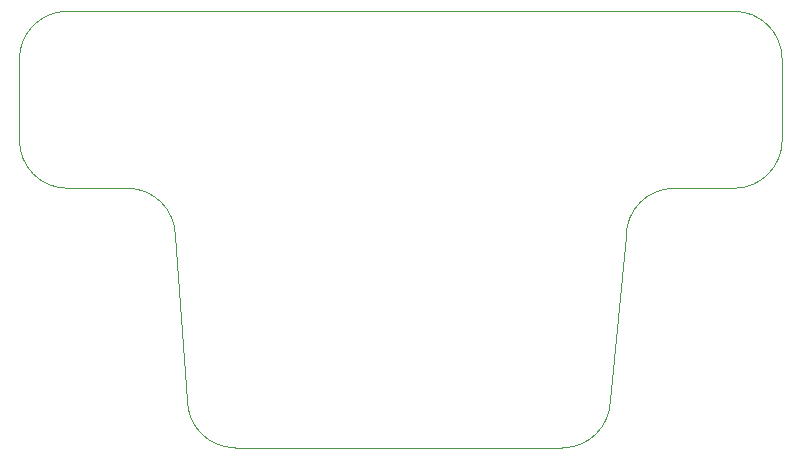
<source format=gbr>
G04 #@! TF.GenerationSoftware,KiCad,Pcbnew,(5.1.5)-3*
G04 #@! TF.CreationDate,2020-06-13T00:40:34-05:00*
G04 #@! TF.ProjectId,HeadphoneJack,48656164-7068-46f6-9e65-4a61636b2e6b,rev?*
G04 #@! TF.SameCoordinates,Original*
G04 #@! TF.FileFunction,Profile,NP*
%FSLAX46Y46*%
G04 Gerber Fmt 4.6, Leading zero omitted, Abs format (unit mm)*
G04 Created by KiCad (PCBNEW (5.1.5)-3) date 2020-06-13 00:40:34*
%MOMM*%
%LPD*%
G04 APERTURE LIST*
%ADD10C,0.050000*%
G04 APERTURE END LIST*
D10*
X123888500Y-86233000D02*
X128968500Y-86233000D01*
X175260000Y-86233000D02*
X180340000Y-86233000D01*
X171196000Y-90297000D02*
X169862500Y-104140000D01*
X133032500Y-90297000D02*
X134048500Y-104140000D01*
X171196000Y-90297000D02*
G75*
G02X175260000Y-86233000I4064000J0D01*
G01*
X184404000Y-82169000D02*
G75*
G02X180340000Y-86233000I-4064000J0D01*
G01*
X128968500Y-86233000D02*
G75*
G02X133032500Y-90297000I0J-4064000D01*
G01*
X123888500Y-86233000D02*
G75*
G02X119824500Y-82169000I0J4064000D01*
G01*
X184404000Y-75311000D02*
X184404000Y-82169000D01*
X119824500Y-75311000D02*
X119824500Y-82169000D01*
X138112500Y-108204000D02*
G75*
G02X134048500Y-104140000I0J4064000D01*
G01*
X165798500Y-108204000D02*
X138112500Y-108204000D01*
X169862500Y-104140000D02*
G75*
G02X165798500Y-108204000I-4064000J0D01*
G01*
X180340000Y-71247000D02*
X123888500Y-71247000D01*
X119824500Y-75311000D02*
G75*
G02X123888500Y-71247000I4064000J0D01*
G01*
X180340000Y-71247000D02*
G75*
G02X184404000Y-75311000I0J-4064000D01*
G01*
M02*

</source>
